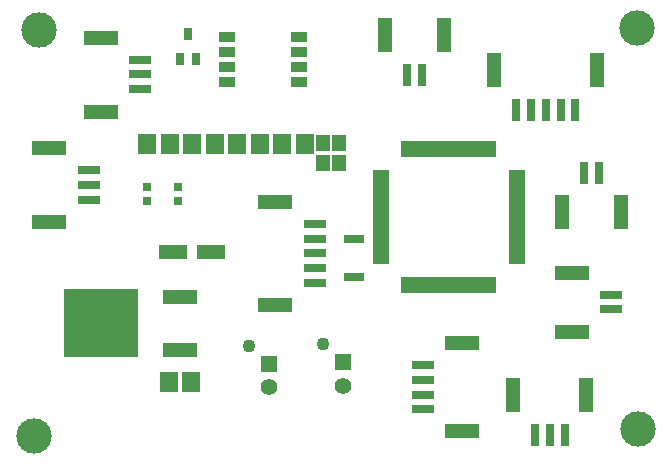
<source format=gbr>
G04 DipTrace 3.2.0.0*
G04 end_effector_TopMask.gbr*
%MOMM*%
G04 #@! TF.FileFunction,Soldermask,Top*
G04 #@! TF.Part,Single*
%ADD47C,1.1*%
%ADD48C,3.0*%
%ADD52R,1.2X1.4*%
%ADD54R,6.35X5.75*%
%ADD56R,2.95X1.2*%
%ADD58R,1.343X0.962*%
%ADD60R,0.5X1.4*%
%ADD62R,1.4X0.5*%
%ADD66R,1.7X0.75*%
%ADD68R,0.68X0.77*%
%ADD70R,1.9X0.8*%
%ADD72R,3.0X1.2*%
%ADD74C,1.4*%
%ADD76R,1.4X1.4*%
%ADD78R,0.8X1.9*%
%ADD80R,1.2X3.0*%
%ADD82R,1.5X1.7*%
%ADD84R,0.7X1.05*%
%ADD86R,2.4X1.2*%
%FSLAX35Y35*%
G04*
G71*
G90*
G75*
G01*
G04 TopMask*
%LPD*%
D86*
X-3029653Y2423277D3*
X-2709653D3*
D84*
X-2971287Y4056407D3*
X-2841273D3*
X-2906280Y4266407D3*
D82*
X-2487133Y3334083D3*
X-2297133D3*
X-2868133D3*
X-2678133D3*
X-3249133D3*
X-3059133D3*
X-2106133D3*
X-1916133D3*
X-3069420Y1323957D3*
X-2879420D3*
D80*
X467303Y1211083D3*
X-157697D3*
D78*
X282303Y876083D3*
X157303D3*
X32303D3*
D76*
X-2216303Y1477947D3*
D74*
Y1277947D3*
D47*
X-2386303Y1627947D3*
D76*
X-1593567Y1490190D3*
D74*
Y1290190D3*
D47*
X-1763567Y1640190D3*
D80*
X-737810Y4256567D3*
X-1237810D3*
D78*
X-922810Y3921567D3*
X-1047810D3*
D80*
X558780Y3961700D3*
X-311220D3*
D78*
X248780Y3626700D3*
X123780D3*
X373780D3*
X-1220D3*
X-126220D3*
D72*
X-2168047Y2845817D3*
Y1975817D3*
D70*
X-1833047Y2535817D3*
Y2410817D3*
Y2660817D3*
Y2285817D3*
Y2160817D3*
D72*
X-3643503Y4235810D3*
Y3610810D3*
D70*
X-3308503Y4050810D3*
Y3925810D3*
Y3800810D3*
D72*
X-4081670Y3300963D3*
Y2675963D3*
D70*
X-3746670Y3115963D3*
Y2990963D3*
Y2865963D3*
D72*
X-584437Y906110D3*
Y1651110D3*
D70*
X-919437Y1091110D3*
Y1216110D3*
Y1341110D3*
Y1091110D3*
Y1466110D3*
D72*
X341480Y2246130D3*
Y1746130D3*
D70*
X676480Y2061130D3*
Y1936130D3*
D80*
X260413Y2760450D3*
X760413D3*
D78*
X445413Y3095450D3*
X570413D3*
D68*
X-2987583Y2968957D3*
X-3249583D3*
X-2987583Y2852957D3*
X-3249583D3*
D66*
X-1500840Y2210783D3*
Y2535783D3*
D62*
X-1273500Y3095063D3*
Y3045063D3*
Y2995063D3*
Y2945063D3*
Y2895063D3*
Y2845063D3*
Y2795063D3*
Y2745063D3*
Y2695063D3*
Y2645063D3*
Y2595063D3*
Y2545063D3*
Y2495063D3*
Y2445063D3*
Y2395063D3*
Y2345063D3*
D60*
X-1073500Y2145063D3*
X-1023500D3*
X-973500D3*
X-923500D3*
X-873500D3*
X-823500D3*
X-773500D3*
X-723500D3*
X-673500D3*
X-623500D3*
X-573500D3*
X-523500D3*
X-473500D3*
X-423500D3*
X-373500D3*
X-323500D3*
D62*
X-123500Y2345063D3*
Y2395063D3*
Y2445063D3*
Y2495063D3*
Y2545063D3*
Y2595063D3*
Y2645063D3*
Y2695063D3*
Y2745063D3*
Y2795063D3*
Y2845063D3*
Y2895063D3*
Y2945063D3*
Y2995063D3*
Y3045063D3*
Y3095063D3*
D60*
X-323500Y3295063D3*
X-373500D3*
X-423500D3*
X-473500D3*
X-523500D3*
X-573500D3*
X-623500D3*
X-673500D3*
X-723500D3*
X-773500D3*
X-823500D3*
X-873500D3*
X-923500D3*
X-973500D3*
X-1023500D3*
X-1073500D3*
D58*
X-1968083Y3865710D3*
Y3992710D3*
Y4119710D3*
Y4246710D3*
X-2578950D3*
Y4119710D3*
Y3992710D3*
Y3865710D3*
D56*
X-2972010Y1590017D3*
Y2046017D3*
D54*
X-3642010Y1818017D3*
D52*
X-1628873Y3349133D3*
X-1758873D3*
X-1628873Y3179133D3*
X-1758873D3*
D48*
X-4166357Y4300757D3*
X894017Y4315973D3*
X-4211823Y863273D3*
X907393Y926827D3*
M02*

</source>
